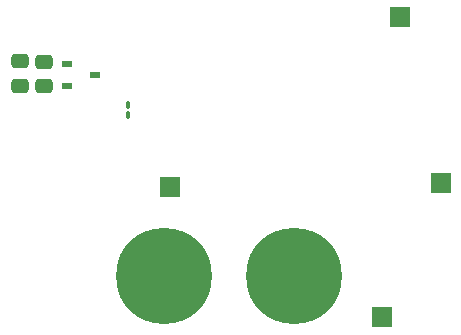
<source format=gbr>
%TF.GenerationSoftware,KiCad,Pcbnew,9.0.1*%
%TF.CreationDate,2025-11-16T17:30:07-08:00*%
%TF.ProjectId,Si-LTC7800-Alternate,53692d4c-5443-4373-9830-302d416c7465,rev?*%
%TF.SameCoordinates,Original*%
%TF.FileFunction,Soldermask,Bot*%
%TF.FilePolarity,Negative*%
%FSLAX46Y46*%
G04 Gerber Fmt 4.6, Leading zero omitted, Abs format (unit mm)*
G04 Created by KiCad (PCBNEW 9.0.1) date 2025-11-16 17:30:07*
%MOMM*%
%LPD*%
G01*
G04 APERTURE LIST*
G04 Aperture macros list*
%AMRoundRect*
0 Rectangle with rounded corners*
0 $1 Rounding radius*
0 $2 $3 $4 $5 $6 $7 $8 $9 X,Y pos of 4 corners*
0 Add a 4 corners polygon primitive as box body*
4,1,4,$2,$3,$4,$5,$6,$7,$8,$9,$2,$3,0*
0 Add four circle primitives for the rounded corners*
1,1,$1+$1,$2,$3*
1,1,$1+$1,$4,$5*
1,1,$1+$1,$6,$7*
1,1,$1+$1,$8,$9*
0 Add four rect primitives between the rounded corners*
20,1,$1+$1,$2,$3,$4,$5,0*
20,1,$1+$1,$4,$5,$6,$7,0*
20,1,$1+$1,$6,$7,$8,$9,0*
20,1,$1+$1,$8,$9,$2,$3,0*%
G04 Aperture macros list end*
%ADD10C,8.115000*%
%ADD11R,1.700000X1.700000*%
%ADD12RoundRect,0.250000X-0.475000X0.337500X-0.475000X-0.337500X0.475000X-0.337500X0.475000X0.337500X0*%
%ADD13RoundRect,0.250000X0.475000X-0.337500X0.475000X0.337500X-0.475000X0.337500X-0.475000X-0.337500X0*%
%ADD14R,0.850000X0.600000*%
%ADD15RoundRect,0.100000X0.100000X-0.217500X0.100000X0.217500X-0.100000X0.217500X-0.100000X-0.217500X0*%
G04 APERTURE END LIST*
D10*
%TO.C,VSource_IN1*%
X137000000Y-148000000D03*
%TD*%
D11*
%TO.C,VOUT1*%
X156982531Y-126142225D03*
%TD*%
%TO.C,TP_VIN1*%
X137500000Y-140500000D03*
%TD*%
D10*
%TO.C,VSource_GND1*%
X148000000Y-148000000D03*
%TD*%
D11*
%TO.C,GND1*%
X160447591Y-140176070D03*
%TD*%
%TO.C,TP_VIN2*%
X155500000Y-151500000D03*
%TD*%
D12*
%TO.C,C2*%
X126847879Y-129879050D03*
X126847879Y-131954050D03*
%TD*%
D13*
%TO.C,C2_EX1*%
X124802858Y-131944038D03*
X124802858Y-129869038D03*
%TD*%
D14*
%TO.C,D1*%
X128850000Y-131950000D03*
X128850000Y-130050000D03*
X131150000Y-131000000D03*
%TD*%
D15*
%TO.C,R1*%
X133966857Y-134400781D03*
X133966857Y-133585781D03*
%TD*%
M02*

</source>
